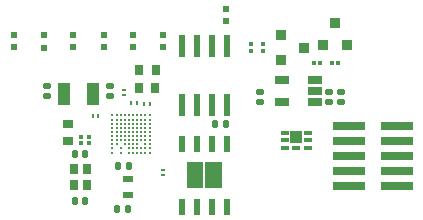
<source format=gtp>
G04*
G04 #@! TF.GenerationSoftware,Altium Limited,Altium Designer,22.10.1 (41)*
G04*
G04 Layer_Color=8421504*
%FSLAX25Y25*%
%MOIN*%
G70*
G04*
G04 #@! TF.SameCoordinates,6EEB4584-1C63-4AE3-A79B-07B07B7A1057*
G04*
G04*
G04 #@! TF.FilePolarity,Positive*
G04*
G01*
G75*
%ADD19R,0.04724X0.02559*%
%ADD20R,0.02362X0.02362*%
G04:AMPARAMS|DCode=21|XSize=21.26mil|YSize=23.62mil|CornerRadius=5.53mil|HoleSize=0mil|Usage=FLASHONLY|Rotation=0.000|XOffset=0mil|YOffset=0mil|HoleType=Round|Shape=RoundedRectangle|*
%AMROUNDEDRECTD21*
21,1,0.02126,0.01257,0,0,0.0*
21,1,0.01021,0.02362,0,0,0.0*
1,1,0.01106,0.00510,-0.00628*
1,1,0.01106,-0.00510,-0.00628*
1,1,0.01106,-0.00510,0.00628*
1,1,0.01106,0.00510,0.00628*
%
%ADD21ROUNDEDRECTD21*%
%ADD22R,0.01575X0.01496*%
%ADD23R,0.02638X0.01575*%
%ADD24R,0.04134X0.03937*%
%ADD25R,0.02598X0.01575*%
%ADD26R,0.10984X0.02913*%
%ADD27R,0.03347X0.02461*%
G04:AMPARAMS|DCode=28|XSize=21.26mil|YSize=23.62mil|CornerRadius=5.53mil|HoleSize=0mil|Usage=FLASHONLY|Rotation=90.000|XOffset=0mil|YOffset=0mil|HoleType=Round|Shape=RoundedRectangle|*
%AMROUNDEDRECTD28*
21,1,0.02126,0.01257,0,0,90.0*
21,1,0.01021,0.02362,0,0,90.0*
1,1,0.01106,0.00628,0.00510*
1,1,0.01106,0.00628,-0.00510*
1,1,0.01106,-0.00628,-0.00510*
1,1,0.01106,-0.00628,0.00510*
%
%ADD28ROUNDEDRECTD28*%
%ADD29R,0.03200X0.03500*%
%ADD30R,0.01496X0.01575*%
%ADD31R,0.03500X0.03200*%
%ADD32R,0.01000X0.01400*%
%ADD33R,0.01400X0.01000*%
%ADD34R,0.02953X0.03347*%
%ADD35R,0.01900X0.05400*%
%ADD36R,0.04331X0.07480*%
%ADD37C,0.00835*%
%ADD38R,0.02100X0.07800*%
%ADD39R,0.03000X0.03300*%
%ADD40R,0.03300X0.03000*%
G36*
X596475Y140722D02*
Y149435D01*
X590962D01*
Y140722D01*
X596475D01*
D02*
G37*
G36*
X602775D02*
Y149435D01*
X597262D01*
Y140722D01*
X602775D01*
D02*
G37*
D19*
X622791Y169339D02*
D03*
Y176819D02*
D03*
X633814Y176819D02*
D03*
Y173079D02*
D03*
Y169339D02*
D03*
D20*
X604066Y200487D02*
D03*
Y196353D02*
D03*
X583034Y191867D02*
D03*
Y187733D02*
D03*
X533328Y191867D02*
D03*
Y187733D02*
D03*
X543613Y191749D02*
D03*
Y187616D02*
D03*
X553271Y191855D02*
D03*
Y187721D02*
D03*
X563351Y191964D02*
D03*
Y187830D02*
D03*
X573045Y191867D02*
D03*
Y187733D02*
D03*
D21*
X571628Y148262D02*
D03*
X568084D02*
D03*
X571352Y133808D02*
D03*
X567808D02*
D03*
X557282Y152109D02*
D03*
X553739D02*
D03*
X600597Y162078D02*
D03*
X604140D02*
D03*
X557282Y136609D02*
D03*
X553739D02*
D03*
D22*
X555855Y157944D02*
D03*
X555855Y155732D02*
D03*
X612510Y186503D02*
D03*
X612510Y188715D02*
D03*
X616510Y186503D02*
D03*
X616510Y188715D02*
D03*
X558554Y157944D02*
D03*
X558554Y155732D02*
D03*
D23*
X623636Y159227D02*
D03*
Y156668D02*
D03*
Y154109D02*
D03*
X631510D02*
D03*
Y156668D02*
D03*
Y159227D02*
D03*
D24*
X627573Y157849D02*
D03*
D25*
Y154109D02*
D03*
D26*
X661012Y161500D02*
D03*
Y156500D02*
D03*
Y151500D02*
D03*
Y146500D02*
D03*
Y141500D02*
D03*
X644988D02*
D03*
Y146500D02*
D03*
Y151500D02*
D03*
Y156500D02*
D03*
Y161500D02*
D03*
D27*
X571468Y143797D02*
D03*
Y138581D02*
D03*
D28*
X638537Y172881D02*
D03*
Y169337D02*
D03*
X642537Y172881D02*
D03*
Y169337D02*
D03*
X615510Y172881D02*
D03*
Y169337D02*
D03*
X565510Y171337D02*
D03*
Y174881D02*
D03*
X544510Y171337D02*
D03*
Y174881D02*
D03*
D29*
X640510Y195829D02*
D03*
X644546Y188389D02*
D03*
X636475D02*
D03*
D30*
X639404Y182609D02*
D03*
X641617Y182609D02*
D03*
X633404Y182609D02*
D03*
X635617Y182609D02*
D03*
D31*
X630010Y187609D02*
D03*
X622569Y183573D02*
D03*
Y191644D02*
D03*
D32*
X572510Y169109D02*
D03*
X574323D02*
D03*
X578701Y168853D02*
D03*
X576888D02*
D03*
X561549Y164764D02*
D03*
X559737D02*
D03*
D33*
X570010Y173515D02*
D03*
Y171703D02*
D03*
X583010Y146922D02*
D03*
Y145109D02*
D03*
D34*
X557644Y141794D02*
D03*
Y147109D02*
D03*
X553510D02*
D03*
Y141794D02*
D03*
D35*
X604368Y155578D02*
D03*
X599368D02*
D03*
X594369D02*
D03*
X589368D02*
D03*
Y134579D02*
D03*
X594369D02*
D03*
X599368D02*
D03*
X604368D02*
D03*
D36*
X559932Y172109D02*
D03*
X550089D02*
D03*
D37*
X578644Y164999D02*
D03*
Y163621D02*
D03*
Y162243D02*
D03*
Y160865D02*
D03*
Y159487D02*
D03*
Y158109D02*
D03*
Y156731D02*
D03*
Y155353D02*
D03*
Y153975D02*
D03*
Y152597D02*
D03*
X577266Y164999D02*
D03*
Y163621D02*
D03*
Y162243D02*
D03*
Y160865D02*
D03*
Y159487D02*
D03*
Y158109D02*
D03*
Y156731D02*
D03*
Y155353D02*
D03*
Y153975D02*
D03*
Y152597D02*
D03*
X575888Y164999D02*
D03*
Y163621D02*
D03*
Y162243D02*
D03*
Y160865D02*
D03*
Y159487D02*
D03*
Y158109D02*
D03*
Y156731D02*
D03*
Y153975D02*
D03*
Y152597D02*
D03*
X574510Y164999D02*
D03*
Y163621D02*
D03*
Y162243D02*
D03*
Y160865D02*
D03*
Y159487D02*
D03*
Y158109D02*
D03*
Y156731D02*
D03*
Y155353D02*
D03*
Y153975D02*
D03*
Y152597D02*
D03*
X573132Y164999D02*
D03*
Y163621D02*
D03*
Y162243D02*
D03*
Y160865D02*
D03*
Y159487D02*
D03*
Y158109D02*
D03*
Y156731D02*
D03*
Y155353D02*
D03*
Y153975D02*
D03*
Y152597D02*
D03*
X571754Y164999D02*
D03*
Y163621D02*
D03*
Y162243D02*
D03*
Y160865D02*
D03*
Y159487D02*
D03*
Y158109D02*
D03*
Y156731D02*
D03*
Y155353D02*
D03*
Y153975D02*
D03*
Y152597D02*
D03*
X570376Y164999D02*
D03*
Y163621D02*
D03*
Y162243D02*
D03*
Y160865D02*
D03*
Y159487D02*
D03*
Y158109D02*
D03*
Y156731D02*
D03*
Y155353D02*
D03*
X568998Y164999D02*
D03*
Y163621D02*
D03*
Y162243D02*
D03*
Y160865D02*
D03*
Y159487D02*
D03*
Y158109D02*
D03*
Y156731D02*
D03*
Y153975D02*
D03*
Y152597D02*
D03*
X567621Y164999D02*
D03*
Y163621D02*
D03*
Y162243D02*
D03*
Y160865D02*
D03*
Y159487D02*
D03*
Y158109D02*
D03*
Y156731D02*
D03*
Y155353D02*
D03*
X566243Y164999D02*
D03*
Y163621D02*
D03*
Y162243D02*
D03*
Y160865D02*
D03*
Y159487D02*
D03*
Y158109D02*
D03*
Y156731D02*
D03*
Y155353D02*
D03*
Y153975D02*
D03*
Y152597D02*
D03*
D38*
X604368Y168579D02*
D03*
X599368D02*
D03*
X594369D02*
D03*
X589368D02*
D03*
Y187978D02*
D03*
X594369D02*
D03*
X599368D02*
D03*
X604368D02*
D03*
D39*
X575010Y174109D02*
D03*
X580610D02*
D03*
X580810Y180109D02*
D03*
X575210D02*
D03*
D40*
X551427Y162196D02*
D03*
Y156596D02*
D03*
M02*

</source>
